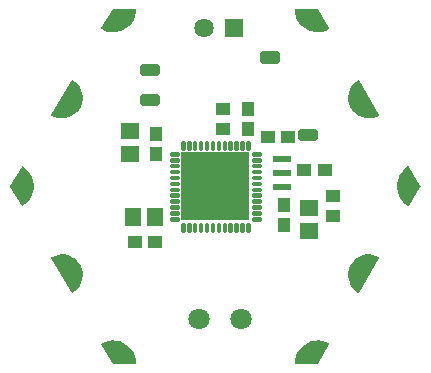
<source format=gbr>
G04 EAGLE Gerber RS-274X export*
G75*
%MOMM*%
%FSLAX34Y34*%
%LPD*%
%INSoldermask Bottom*%
%IPPOS*%
%AMOC8*
5,1,8,0,0,1.08239X$1,22.5*%
G01*
%ADD10R,1.201600X1.101600*%
%ADD11R,1.601600X1.401600*%
%ADD12C,0.225016*%
%ADD13R,5.801588X5.801588*%
%ADD14R,1.501597X0.501600*%
%ADD15R,1.401600X1.601600*%
%ADD16R,1.101600X1.201600*%
%ADD17C,0.605878*%
%ADD18C,1.101600*%
%ADD19R,1.631600X1.631600*%
%ADD20C,1.631600*%
%ADD21C,1.801600*%

G36*
X224809Y256012D02*
X224809Y256012D01*
X224880Y256009D01*
X224907Y256019D01*
X224936Y256021D01*
X225026Y256063D01*
X225066Y256078D01*
X225074Y256086D01*
X225087Y256092D01*
X227390Y257691D01*
X227414Y257717D01*
X227454Y257744D01*
X229463Y259701D01*
X229482Y259730D01*
X229517Y259763D01*
X231176Y262024D01*
X231191Y262055D01*
X231220Y262094D01*
X232484Y264597D01*
X232493Y264631D01*
X232515Y264674D01*
X233351Y267351D01*
X233354Y267385D01*
X233369Y267431D01*
X233752Y270210D01*
X233750Y270244D01*
X233756Y270292D01*
X233677Y273095D01*
X233669Y273129D01*
X233668Y273177D01*
X233129Y275929D01*
X233115Y275961D01*
X233106Y276009D01*
X232121Y278634D01*
X232106Y278659D01*
X232101Y278679D01*
X232093Y278690D01*
X232086Y278709D01*
X230682Y281137D01*
X230659Y281163D01*
X230635Y281205D01*
X228851Y283368D01*
X228824Y283390D01*
X228793Y283427D01*
X226677Y285268D01*
X226647Y285285D01*
X226611Y285317D01*
X224220Y286784D01*
X224188Y286795D01*
X224147Y286821D01*
X221548Y287874D01*
X221514Y287881D01*
X221469Y287899D01*
X218732Y288510D01*
X218697Y288511D01*
X218650Y288522D01*
X215850Y288674D01*
X215816Y288669D01*
X215768Y288672D01*
X212980Y288362D01*
X212947Y288351D01*
X212899Y288346D01*
X210201Y287581D01*
X210171Y287565D01*
X210124Y287552D01*
X207589Y286353D01*
X207565Y286336D01*
X207538Y286326D01*
X207486Y286277D01*
X207429Y286234D01*
X207415Y286209D01*
X207394Y286189D01*
X207365Y286124D01*
X207329Y286063D01*
X207326Y286034D01*
X207314Y286007D01*
X207313Y285936D01*
X207304Y285865D01*
X207312Y285837D01*
X207312Y285808D01*
X207346Y285715D01*
X207358Y285674D01*
X207365Y285665D01*
X207370Y285652D01*
X224370Y256252D01*
X224389Y256230D01*
X224402Y256204D01*
X224455Y256156D01*
X224502Y256103D01*
X224528Y256091D01*
X224550Y256071D01*
X224617Y256048D01*
X224681Y256018D01*
X224710Y256016D01*
X224738Y256007D01*
X224809Y256012D01*
G37*
G36*
X476588Y403735D02*
X476588Y403735D01*
X476636Y403732D01*
X479424Y404042D01*
X479457Y404053D01*
X479505Y404058D01*
X482203Y404823D01*
X482233Y404839D01*
X482280Y404852D01*
X484815Y406051D01*
X484839Y406068D01*
X484866Y406078D01*
X484918Y406127D01*
X484975Y406170D01*
X484989Y406195D01*
X485011Y406215D01*
X485039Y406280D01*
X485075Y406342D01*
X485078Y406370D01*
X485090Y406397D01*
X485091Y406468D01*
X485100Y406539D01*
X485092Y406567D01*
X485092Y406596D01*
X485058Y406689D01*
X485046Y406730D01*
X485039Y406739D01*
X485034Y406752D01*
X468034Y436152D01*
X468015Y436174D01*
X468002Y436200D01*
X467949Y436248D01*
X467902Y436301D01*
X467876Y436313D01*
X467854Y436333D01*
X467787Y436356D01*
X467723Y436386D01*
X467694Y436388D01*
X467666Y436397D01*
X467595Y436392D01*
X467524Y436395D01*
X467497Y436385D01*
X467468Y436383D01*
X467378Y436341D01*
X467338Y436326D01*
X467330Y436318D01*
X467317Y436312D01*
X465014Y434713D01*
X464990Y434688D01*
X464950Y434660D01*
X462941Y432703D01*
X462922Y432674D01*
X462887Y432641D01*
X461228Y430380D01*
X461213Y430349D01*
X461184Y430310D01*
X459920Y427807D01*
X459911Y427773D01*
X459889Y427730D01*
X459053Y425053D01*
X459050Y425019D01*
X459035Y424973D01*
X458652Y422194D01*
X458654Y422160D01*
X458648Y422112D01*
X458727Y419309D01*
X458735Y419275D01*
X458736Y419227D01*
X459275Y416475D01*
X459289Y416443D01*
X459298Y416395D01*
X460283Y413770D01*
X460301Y413740D01*
X460318Y413695D01*
X461722Y411267D01*
X461745Y411241D01*
X461769Y411200D01*
X463553Y409036D01*
X463580Y409014D01*
X463611Y408977D01*
X465727Y407136D01*
X465757Y407119D01*
X465793Y407088D01*
X468184Y405620D01*
X468216Y405609D01*
X468257Y405583D01*
X470856Y404530D01*
X470890Y404523D01*
X470935Y404505D01*
X473672Y403894D01*
X473707Y403893D01*
X473754Y403882D01*
X476554Y403730D01*
X476588Y403735D01*
G37*
G36*
X467628Y256013D02*
X467628Y256013D01*
X467699Y256012D01*
X467726Y256023D01*
X467755Y256027D01*
X467817Y256061D01*
X467882Y256089D01*
X467903Y256110D01*
X467928Y256124D01*
X467991Y256200D01*
X468021Y256231D01*
X468025Y256241D01*
X468034Y256252D01*
X485034Y285652D01*
X485043Y285680D01*
X485060Y285704D01*
X485075Y285773D01*
X485097Y285841D01*
X485095Y285870D01*
X485101Y285898D01*
X485088Y285968D01*
X485082Y286039D01*
X485069Y286065D01*
X485063Y286093D01*
X485023Y286152D01*
X484991Y286215D01*
X484968Y286234D01*
X484952Y286258D01*
X484870Y286315D01*
X484837Y286342D01*
X484827Y286345D01*
X484815Y286353D01*
X482280Y287552D01*
X482246Y287560D01*
X482203Y287581D01*
X479505Y288346D01*
X479470Y288348D01*
X479424Y288362D01*
X476636Y288672D01*
X476602Y288669D01*
X476554Y288674D01*
X473754Y288522D01*
X473720Y288513D01*
X473672Y288510D01*
X470935Y287899D01*
X470903Y287885D01*
X470856Y287874D01*
X468257Y286821D01*
X468228Y286802D01*
X468184Y286784D01*
X465793Y285317D01*
X465768Y285293D01*
X465727Y285268D01*
X463611Y283427D01*
X463590Y283400D01*
X463553Y283368D01*
X461769Y281205D01*
X461753Y281174D01*
X461722Y281137D01*
X460318Y278709D01*
X460307Y278676D01*
X460300Y278663D01*
X460290Y278649D01*
X460290Y278646D01*
X460283Y278634D01*
X459298Y276009D01*
X459292Y275974D01*
X459275Y275929D01*
X458736Y273177D01*
X458736Y273143D01*
X458727Y273095D01*
X458648Y270292D01*
X458654Y270258D01*
X458652Y270210D01*
X459035Y267431D01*
X459047Y267399D01*
X459053Y267351D01*
X459889Y264674D01*
X459906Y264643D01*
X459920Y264597D01*
X461184Y262094D01*
X461206Y262067D01*
X461228Y262024D01*
X462887Y259763D01*
X462913Y259740D01*
X462941Y259701D01*
X464950Y257744D01*
X464979Y257725D01*
X465014Y257691D01*
X467317Y256092D01*
X467344Y256080D01*
X467367Y256062D01*
X467435Y256041D01*
X467500Y256013D01*
X467529Y256013D01*
X467557Y256005D01*
X467628Y256013D01*
G37*
G36*
X218650Y403882D02*
X218650Y403882D01*
X218684Y403891D01*
X218732Y403894D01*
X221469Y404505D01*
X221501Y404519D01*
X221548Y404530D01*
X224147Y405583D01*
X224176Y405602D01*
X224220Y405620D01*
X226611Y407088D01*
X226636Y407111D01*
X226677Y407136D01*
X228793Y408977D01*
X228814Y409004D01*
X228851Y409036D01*
X230635Y411200D01*
X230651Y411230D01*
X230682Y411267D01*
X232086Y413695D01*
X232097Y413728D01*
X232121Y413770D01*
X233106Y416395D01*
X233112Y416430D01*
X233129Y416475D01*
X233668Y419227D01*
X233668Y419262D01*
X233677Y419309D01*
X233756Y422112D01*
X233751Y422146D01*
X233752Y422194D01*
X233369Y424973D01*
X233357Y425005D01*
X233351Y425053D01*
X232515Y427730D01*
X232498Y427761D01*
X232484Y427807D01*
X231220Y430310D01*
X231198Y430337D01*
X231176Y430380D01*
X229517Y432641D01*
X229491Y432664D01*
X229463Y432703D01*
X227454Y434660D01*
X227425Y434679D01*
X227390Y434713D01*
X225087Y436312D01*
X225060Y436324D01*
X225037Y436342D01*
X224969Y436363D01*
X224904Y436391D01*
X224875Y436391D01*
X224847Y436399D01*
X224776Y436391D01*
X224705Y436392D01*
X224678Y436381D01*
X224649Y436377D01*
X224587Y436343D01*
X224522Y436315D01*
X224501Y436294D01*
X224476Y436280D01*
X224413Y436204D01*
X224383Y436173D01*
X224379Y436163D01*
X224370Y436152D01*
X207370Y406752D01*
X207361Y406724D01*
X207344Y406700D01*
X207329Y406631D01*
X207307Y406563D01*
X207309Y406534D01*
X207303Y406506D01*
X207316Y406436D01*
X207322Y406365D01*
X207335Y406339D01*
X207341Y406311D01*
X207381Y406252D01*
X207413Y406189D01*
X207436Y406170D01*
X207452Y406146D01*
X207534Y406089D01*
X207567Y406062D01*
X207577Y406059D01*
X207589Y406051D01*
X210124Y404852D01*
X210158Y404844D01*
X210201Y404823D01*
X212899Y404058D01*
X212934Y404056D01*
X212980Y404042D01*
X215768Y403732D01*
X215802Y403735D01*
X215850Y403730D01*
X218650Y403882D01*
G37*
G36*
X509929Y329213D02*
X509929Y329213D01*
X510000Y329213D01*
X510027Y329224D01*
X510056Y329227D01*
X510118Y329262D01*
X510183Y329290D01*
X510204Y329310D01*
X510229Y329325D01*
X510292Y329402D01*
X510322Y329432D01*
X510326Y329442D01*
X510335Y329453D01*
X519835Y345953D01*
X519845Y345985D01*
X519854Y345998D01*
X519858Y346022D01*
X519859Y346026D01*
X519890Y346096D01*
X519890Y346120D01*
X519898Y346142D01*
X519892Y346218D01*
X519893Y346295D01*
X519883Y346319D01*
X519882Y346340D01*
X519861Y346379D01*
X519835Y346451D01*
X510335Y362951D01*
X510316Y362973D01*
X510303Y362999D01*
X510250Y363047D01*
X510203Y363100D01*
X510177Y363113D01*
X510156Y363132D01*
X510088Y363155D01*
X510024Y363186D01*
X509995Y363188D01*
X509968Y363197D01*
X509896Y363192D01*
X509825Y363195D01*
X509798Y363185D01*
X509769Y363183D01*
X509679Y363141D01*
X509639Y363126D01*
X509631Y363119D01*
X509618Y363113D01*
X507095Y361371D01*
X507071Y361347D01*
X507033Y361320D01*
X504821Y359196D01*
X504802Y359168D01*
X504768Y359136D01*
X502926Y356685D01*
X502912Y356654D01*
X502883Y356617D01*
X501458Y353902D01*
X501449Y353871D01*
X501433Y353846D01*
X501432Y353838D01*
X501427Y353828D01*
X500456Y350920D01*
X500452Y350886D01*
X500437Y350842D01*
X499945Y347815D01*
X499946Y347781D01*
X499938Y347735D01*
X499938Y344669D01*
X499939Y344665D01*
X499939Y344663D01*
X499945Y344636D01*
X499945Y344589D01*
X500437Y341562D01*
X500449Y341531D01*
X500456Y341484D01*
X501427Y338576D01*
X501444Y338547D01*
X501458Y338502D01*
X502883Y335787D01*
X502905Y335761D01*
X502926Y335719D01*
X504768Y333268D01*
X504793Y333245D01*
X504821Y333208D01*
X507033Y331084D01*
X507061Y331066D01*
X507095Y331033D01*
X509618Y329291D01*
X509645Y329280D01*
X509667Y329261D01*
X509736Y329241D01*
X509801Y329213D01*
X509830Y329213D01*
X509858Y329205D01*
X509929Y329213D01*
G37*
G36*
X182508Y329212D02*
X182508Y329212D01*
X182579Y329209D01*
X182606Y329219D01*
X182635Y329221D01*
X182725Y329263D01*
X182765Y329278D01*
X182773Y329285D01*
X182786Y329291D01*
X185309Y331033D01*
X185333Y331057D01*
X185371Y331084D01*
X187583Y333208D01*
X187602Y333236D01*
X187636Y333268D01*
X189478Y335719D01*
X189492Y335750D01*
X189521Y335787D01*
X190946Y338502D01*
X190955Y338535D01*
X190977Y338576D01*
X191948Y341484D01*
X191952Y341518D01*
X191967Y341562D01*
X192459Y344589D01*
X192458Y344623D01*
X192466Y344669D01*
X192466Y347735D01*
X192459Y347768D01*
X192459Y347815D01*
X191967Y350842D01*
X191955Y350873D01*
X191948Y350920D01*
X190977Y353828D01*
X190964Y353851D01*
X190958Y353876D01*
X190951Y353885D01*
X190946Y353902D01*
X189521Y356617D01*
X189499Y356643D01*
X189478Y356685D01*
X187636Y359136D01*
X187611Y359159D01*
X187583Y359196D01*
X185371Y361320D01*
X185343Y361338D01*
X185309Y361371D01*
X182786Y363113D01*
X182759Y363124D01*
X182737Y363143D01*
X182668Y363163D01*
X182603Y363191D01*
X182574Y363191D01*
X182546Y363199D01*
X182475Y363191D01*
X182404Y363192D01*
X182377Y363180D01*
X182348Y363177D01*
X182286Y363142D01*
X182221Y363114D01*
X182200Y363094D01*
X182175Y363079D01*
X182112Y363002D01*
X182082Y362972D01*
X182078Y362962D01*
X182069Y362951D01*
X172569Y346451D01*
X172545Y346378D01*
X172514Y346308D01*
X172514Y346284D01*
X172506Y346262D01*
X172513Y346186D01*
X172512Y346109D01*
X172521Y346085D01*
X172522Y346064D01*
X172543Y346025D01*
X172562Y345973D01*
X172563Y345967D01*
X172565Y345965D01*
X172569Y345953D01*
X182069Y329453D01*
X182088Y329431D01*
X182101Y329405D01*
X182154Y329357D01*
X182201Y329304D01*
X182227Y329291D01*
X182249Y329272D01*
X182316Y329249D01*
X182380Y329218D01*
X182409Y329217D01*
X182436Y329207D01*
X182508Y329212D01*
G37*
G36*
X432878Y195718D02*
X432878Y195718D01*
X432956Y195727D01*
X432975Y195738D01*
X432997Y195742D01*
X433061Y195786D01*
X433129Y195825D01*
X433145Y195844D01*
X433161Y195855D01*
X433185Y195893D01*
X433235Y195953D01*
X442735Y212453D01*
X442744Y212480D01*
X442760Y212504D01*
X442775Y212574D01*
X442798Y212642D01*
X442795Y212670D01*
X442801Y212698D01*
X442788Y212769D01*
X442782Y212840D01*
X442769Y212865D01*
X442763Y212893D01*
X442723Y212953D01*
X442690Y213016D01*
X442668Y213034D01*
X442652Y213058D01*
X442569Y213116D01*
X442537Y213143D01*
X442526Y213146D01*
X442516Y213153D01*
X439750Y214462D01*
X439717Y214470D01*
X439674Y214490D01*
X436734Y215338D01*
X436700Y215341D01*
X436656Y215354D01*
X433618Y215719D01*
X433584Y215716D01*
X433537Y215722D01*
X430480Y215595D01*
X430447Y215587D01*
X430400Y215586D01*
X427403Y214970D01*
X427372Y214957D01*
X427326Y214948D01*
X424466Y213859D01*
X424438Y213841D01*
X424394Y213825D01*
X421746Y212291D01*
X421720Y212269D01*
X421680Y212246D01*
X419312Y210308D01*
X419290Y210281D01*
X419254Y210252D01*
X417227Y207959D01*
X417211Y207930D01*
X417179Y207895D01*
X415547Y205307D01*
X415535Y205275D01*
X415510Y205236D01*
X414314Y202419D01*
X414307Y202386D01*
X414304Y202379D01*
X414300Y202373D01*
X414299Y202367D01*
X414288Y202343D01*
X413560Y199371D01*
X413558Y199337D01*
X413547Y199292D01*
X413304Y196242D01*
X413308Y196213D01*
X413303Y196185D01*
X413320Y196116D01*
X413328Y196044D01*
X413343Y196020D01*
X413349Y195992D01*
X413392Y195934D01*
X413428Y195872D01*
X413450Y195855D01*
X413467Y195832D01*
X413529Y195795D01*
X413586Y195752D01*
X413614Y195745D01*
X413638Y195730D01*
X413738Y195714D01*
X413779Y195703D01*
X413789Y195705D01*
X413802Y195703D01*
X432802Y195703D01*
X432878Y195718D01*
G37*
G36*
X433571Y476687D02*
X433571Y476687D01*
X433618Y476685D01*
X436656Y477050D01*
X436688Y477061D01*
X436734Y477066D01*
X439674Y477914D01*
X439704Y477930D01*
X439750Y477942D01*
X442516Y479251D01*
X442538Y479268D01*
X442565Y479278D01*
X442617Y479327D01*
X442675Y479370D01*
X442689Y479395D01*
X442710Y479414D01*
X442739Y479480D01*
X442775Y479542D01*
X442778Y479570D01*
X442790Y479596D01*
X442791Y479668D01*
X442800Y479739D01*
X442792Y479766D01*
X442793Y479795D01*
X442757Y479890D01*
X442746Y479930D01*
X442739Y479939D01*
X442735Y479951D01*
X433235Y496451D01*
X433183Y496510D01*
X433137Y496572D01*
X433118Y496583D01*
X433103Y496600D01*
X433033Y496634D01*
X432966Y496674D01*
X432942Y496678D01*
X432924Y496686D01*
X432879Y496688D01*
X432802Y496701D01*
X413802Y496701D01*
X413774Y496696D01*
X413746Y496698D01*
X413678Y496676D01*
X413607Y496662D01*
X413584Y496646D01*
X413557Y496637D01*
X413502Y496590D01*
X413443Y496549D01*
X413428Y496525D01*
X413407Y496507D01*
X413375Y496442D01*
X413336Y496382D01*
X413331Y496354D01*
X413319Y496328D01*
X413310Y496227D01*
X413303Y496185D01*
X413305Y496175D01*
X413304Y496162D01*
X413547Y493112D01*
X413556Y493080D01*
X413560Y493033D01*
X414288Y490061D01*
X414303Y490030D01*
X414314Y489985D01*
X415510Y487168D01*
X415529Y487140D01*
X415547Y487097D01*
X417179Y484509D01*
X417203Y484485D01*
X417227Y484445D01*
X419254Y482152D01*
X419281Y482132D01*
X419312Y482096D01*
X421680Y480158D01*
X421710Y480142D01*
X421746Y480113D01*
X424394Y478580D01*
X424426Y478569D01*
X424466Y478545D01*
X427326Y477457D01*
X427359Y477451D01*
X427403Y477434D01*
X430400Y476818D01*
X430434Y476818D01*
X430480Y476809D01*
X433537Y476682D01*
X433571Y476687D01*
G37*
G36*
X278630Y195708D02*
X278630Y195708D01*
X278658Y195706D01*
X278726Y195728D01*
X278797Y195742D01*
X278820Y195758D01*
X278847Y195767D01*
X278902Y195814D01*
X278961Y195855D01*
X278976Y195879D01*
X278998Y195897D01*
X279029Y195962D01*
X279068Y196022D01*
X279073Y196050D01*
X279085Y196076D01*
X279094Y196177D01*
X279101Y196219D01*
X279099Y196229D01*
X279100Y196242D01*
X278857Y199292D01*
X278848Y199324D01*
X278844Y199371D01*
X278116Y202343D01*
X278101Y202374D01*
X278090Y202419D01*
X276894Y205236D01*
X276875Y205264D01*
X276857Y205307D01*
X275225Y207895D01*
X275201Y207919D01*
X275177Y207959D01*
X273150Y210252D01*
X273123Y210272D01*
X273092Y210308D01*
X270725Y212246D01*
X270694Y212262D01*
X270658Y212291D01*
X268010Y213825D01*
X267978Y213835D01*
X267938Y213859D01*
X265078Y214948D01*
X265045Y214953D01*
X265001Y214970D01*
X262004Y215586D01*
X261970Y215586D01*
X261924Y215595D01*
X258867Y215722D01*
X258833Y215717D01*
X258786Y215719D01*
X255748Y215354D01*
X255716Y215343D01*
X255670Y215338D01*
X252730Y214490D01*
X252700Y214474D01*
X252655Y214462D01*
X249889Y213153D01*
X249866Y213136D01*
X249839Y213126D01*
X249787Y213077D01*
X249729Y213034D01*
X249715Y213009D01*
X249694Y212990D01*
X249665Y212924D01*
X249629Y212862D01*
X249626Y212834D01*
X249614Y212808D01*
X249613Y212736D01*
X249604Y212665D01*
X249612Y212638D01*
X249612Y212609D01*
X249647Y212514D01*
X249658Y212474D01*
X249665Y212465D01*
X249669Y212453D01*
X259169Y195953D01*
X259221Y195895D01*
X259267Y195832D01*
X259286Y195821D01*
X259301Y195804D01*
X259371Y195770D01*
X259438Y195730D01*
X259463Y195726D01*
X259480Y195718D01*
X259525Y195716D01*
X259602Y195703D01*
X278602Y195703D01*
X278630Y195708D01*
G37*
G36*
X261924Y476809D02*
X261924Y476809D01*
X261957Y476817D01*
X262004Y476818D01*
X265001Y477434D01*
X265032Y477447D01*
X265078Y477457D01*
X267938Y478545D01*
X267967Y478563D01*
X268010Y478580D01*
X270658Y480113D01*
X270684Y480135D01*
X270725Y480158D01*
X273092Y482096D01*
X273114Y482123D01*
X273150Y482152D01*
X275177Y484445D01*
X275194Y484474D01*
X275225Y484509D01*
X276857Y487097D01*
X276869Y487129D01*
X276894Y487168D01*
X278090Y489985D01*
X278097Y490018D01*
X278116Y490061D01*
X278844Y493033D01*
X278846Y493067D01*
X278857Y493112D01*
X279100Y496162D01*
X279096Y496191D01*
X279101Y496219D01*
X279084Y496288D01*
X279076Y496360D01*
X279062Y496384D01*
X279055Y496412D01*
X279012Y496470D01*
X278977Y496532D01*
X278954Y496549D01*
X278937Y496572D01*
X278875Y496609D01*
X278818Y496652D01*
X278790Y496659D01*
X278766Y496674D01*
X278666Y496690D01*
X278625Y496701D01*
X278615Y496699D01*
X278602Y496701D01*
X259602Y496701D01*
X259526Y496686D01*
X259448Y496677D01*
X259429Y496666D01*
X259407Y496662D01*
X259343Y496618D01*
X259275Y496579D01*
X259259Y496560D01*
X259243Y496549D01*
X259219Y496511D01*
X259169Y496451D01*
X249669Y479951D01*
X249660Y479924D01*
X249644Y479900D01*
X249629Y479830D01*
X249606Y479762D01*
X249609Y479734D01*
X249603Y479706D01*
X249617Y479636D01*
X249622Y479564D01*
X249635Y479539D01*
X249641Y479511D01*
X249681Y479451D01*
X249714Y479388D01*
X249736Y479370D01*
X249752Y479346D01*
X249835Y479288D01*
X249867Y479261D01*
X249878Y479258D01*
X249889Y479251D01*
X252655Y477942D01*
X252688Y477934D01*
X252730Y477914D01*
X255670Y477066D01*
X255704Y477063D01*
X255748Y477050D01*
X258786Y476685D01*
X258820Y476688D01*
X258867Y476682D01*
X261924Y476809D01*
G37*
D10*
X421591Y360390D03*
X438591Y360390D03*
D11*
X425205Y308471D03*
X425205Y327471D03*
D12*
X377819Y373069D02*
X377819Y374335D01*
X383585Y374335D01*
X383585Y373069D01*
X377819Y373069D01*
X377819Y369335D02*
X377819Y368069D01*
X377819Y369335D02*
X383585Y369335D01*
X383585Y368069D01*
X377819Y368069D01*
X377819Y364335D02*
X377819Y363069D01*
X377819Y364335D02*
X383585Y364335D01*
X383585Y363069D01*
X377819Y363069D01*
X377819Y359335D02*
X377819Y358069D01*
X377819Y359335D02*
X383585Y359335D01*
X383585Y358069D01*
X377819Y358069D01*
X377819Y354335D02*
X377819Y353069D01*
X377819Y354335D02*
X383585Y354335D01*
X383585Y353069D01*
X377819Y353069D01*
X377819Y349335D02*
X377819Y348069D01*
X377819Y349335D02*
X383585Y349335D01*
X383585Y348069D01*
X377819Y348069D01*
X377819Y344335D02*
X377819Y343069D01*
X377819Y344335D02*
X383585Y344335D01*
X383585Y343069D01*
X377819Y343069D01*
X377819Y339335D02*
X377819Y338069D01*
X377819Y339335D02*
X383585Y339335D01*
X383585Y338069D01*
X377819Y338069D01*
X377819Y334335D02*
X377819Y333069D01*
X377819Y334335D02*
X383585Y334335D01*
X383585Y333069D01*
X377819Y333069D01*
X377819Y329335D02*
X377819Y328069D01*
X377819Y329335D02*
X383585Y329335D01*
X383585Y328069D01*
X377819Y328069D01*
X377819Y324335D02*
X377819Y323069D01*
X377819Y324335D02*
X383585Y324335D01*
X383585Y323069D01*
X377819Y323069D01*
X377819Y319335D02*
X377819Y318069D01*
X377819Y319335D02*
X383585Y319335D01*
X383585Y318069D01*
X377819Y318069D01*
X374335Y314585D02*
X373069Y314585D01*
X374335Y314585D02*
X374335Y308819D01*
X373069Y308819D01*
X373069Y314585D01*
X373069Y310956D02*
X374335Y310956D01*
X374335Y313093D02*
X373069Y313093D01*
X369335Y314585D02*
X368069Y314585D01*
X369335Y314585D02*
X369335Y308819D01*
X368069Y308819D01*
X368069Y314585D01*
X368069Y310956D02*
X369335Y310956D01*
X369335Y313093D02*
X368069Y313093D01*
X364335Y314585D02*
X363069Y314585D01*
X364335Y314585D02*
X364335Y308819D01*
X363069Y308819D01*
X363069Y314585D01*
X363069Y310956D02*
X364335Y310956D01*
X364335Y313093D02*
X363069Y313093D01*
X359335Y314585D02*
X358069Y314585D01*
X359335Y314585D02*
X359335Y308819D01*
X358069Y308819D01*
X358069Y314585D01*
X358069Y310956D02*
X359335Y310956D01*
X359335Y313093D02*
X358069Y313093D01*
X354335Y314585D02*
X353069Y314585D01*
X354335Y314585D02*
X354335Y308819D01*
X353069Y308819D01*
X353069Y314585D01*
X353069Y310956D02*
X354335Y310956D01*
X354335Y313093D02*
X353069Y313093D01*
X349335Y314585D02*
X348069Y314585D01*
X349335Y314585D02*
X349335Y308819D01*
X348069Y308819D01*
X348069Y314585D01*
X348069Y310956D02*
X349335Y310956D01*
X349335Y313093D02*
X348069Y313093D01*
X344335Y314585D02*
X343069Y314585D01*
X344335Y314585D02*
X344335Y308819D01*
X343069Y308819D01*
X343069Y314585D01*
X343069Y310956D02*
X344335Y310956D01*
X344335Y313093D02*
X343069Y313093D01*
X339335Y314585D02*
X338069Y314585D01*
X339335Y314585D02*
X339335Y308819D01*
X338069Y308819D01*
X338069Y314585D01*
X338069Y310956D02*
X339335Y310956D01*
X339335Y313093D02*
X338069Y313093D01*
X334335Y314585D02*
X333069Y314585D01*
X334335Y314585D02*
X334335Y308819D01*
X333069Y308819D01*
X333069Y314585D01*
X333069Y310956D02*
X334335Y310956D01*
X334335Y313093D02*
X333069Y313093D01*
X329335Y314585D02*
X328069Y314585D01*
X329335Y314585D02*
X329335Y308819D01*
X328069Y308819D01*
X328069Y314585D01*
X328069Y310956D02*
X329335Y310956D01*
X329335Y313093D02*
X328069Y313093D01*
X324335Y314585D02*
X323069Y314585D01*
X324335Y314585D02*
X324335Y308819D01*
X323069Y308819D01*
X323069Y314585D01*
X323069Y310956D02*
X324335Y310956D01*
X324335Y313093D02*
X323069Y313093D01*
X319335Y314585D02*
X318069Y314585D01*
X319335Y314585D02*
X319335Y308819D01*
X318069Y308819D01*
X318069Y314585D01*
X318069Y310956D02*
X319335Y310956D01*
X319335Y313093D02*
X318069Y313093D01*
X314585Y318069D02*
X314585Y319335D01*
X314585Y318069D02*
X308819Y318069D01*
X308819Y319335D01*
X314585Y319335D01*
X314585Y323069D02*
X314585Y324335D01*
X314585Y323069D02*
X308819Y323069D01*
X308819Y324335D01*
X314585Y324335D01*
X314585Y328069D02*
X314585Y329335D01*
X314585Y328069D02*
X308819Y328069D01*
X308819Y329335D01*
X314585Y329335D01*
X314585Y333069D02*
X314585Y334335D01*
X314585Y333069D02*
X308819Y333069D01*
X308819Y334335D01*
X314585Y334335D01*
X314585Y338069D02*
X314585Y339335D01*
X314585Y338069D02*
X308819Y338069D01*
X308819Y339335D01*
X314585Y339335D01*
X314585Y343069D02*
X314585Y344335D01*
X314585Y343069D02*
X308819Y343069D01*
X308819Y344335D01*
X314585Y344335D01*
X314585Y348069D02*
X314585Y349335D01*
X314585Y348069D02*
X308819Y348069D01*
X308819Y349335D01*
X314585Y349335D01*
X314585Y353069D02*
X314585Y354335D01*
X314585Y353069D02*
X308819Y353069D01*
X308819Y354335D01*
X314585Y354335D01*
X314585Y358069D02*
X314585Y359335D01*
X314585Y358069D02*
X308819Y358069D01*
X308819Y359335D01*
X314585Y359335D01*
X314585Y363069D02*
X314585Y364335D01*
X314585Y363069D02*
X308819Y363069D01*
X308819Y364335D01*
X314585Y364335D01*
X314585Y368069D02*
X314585Y369335D01*
X314585Y368069D02*
X308819Y368069D01*
X308819Y369335D01*
X314585Y369335D01*
X314585Y373069D02*
X314585Y374335D01*
X314585Y373069D02*
X308819Y373069D01*
X308819Y374335D01*
X314585Y374335D01*
X318069Y377819D02*
X319335Y377819D01*
X318069Y377819D02*
X318069Y383585D01*
X319335Y383585D01*
X319335Y377819D01*
X319335Y379956D02*
X318069Y379956D01*
X318069Y382093D02*
X319335Y382093D01*
X323069Y377819D02*
X324335Y377819D01*
X323069Y377819D02*
X323069Y383585D01*
X324335Y383585D01*
X324335Y377819D01*
X324335Y379956D02*
X323069Y379956D01*
X323069Y382093D02*
X324335Y382093D01*
X328069Y377819D02*
X329335Y377819D01*
X328069Y377819D02*
X328069Y383585D01*
X329335Y383585D01*
X329335Y377819D01*
X329335Y379956D02*
X328069Y379956D01*
X328069Y382093D02*
X329335Y382093D01*
X333069Y377819D02*
X334335Y377819D01*
X333069Y377819D02*
X333069Y383585D01*
X334335Y383585D01*
X334335Y377819D01*
X334335Y379956D02*
X333069Y379956D01*
X333069Y382093D02*
X334335Y382093D01*
X338069Y377819D02*
X339335Y377819D01*
X338069Y377819D02*
X338069Y383585D01*
X339335Y383585D01*
X339335Y377819D01*
X339335Y379956D02*
X338069Y379956D01*
X338069Y382093D02*
X339335Y382093D01*
X343069Y377819D02*
X344335Y377819D01*
X343069Y377819D02*
X343069Y383585D01*
X344335Y383585D01*
X344335Y377819D01*
X344335Y379956D02*
X343069Y379956D01*
X343069Y382093D02*
X344335Y382093D01*
X348069Y377819D02*
X349335Y377819D01*
X348069Y377819D02*
X348069Y383585D01*
X349335Y383585D01*
X349335Y377819D01*
X349335Y379956D02*
X348069Y379956D01*
X348069Y382093D02*
X349335Y382093D01*
X353069Y377819D02*
X354335Y377819D01*
X353069Y377819D02*
X353069Y383585D01*
X354335Y383585D01*
X354335Y377819D01*
X354335Y379956D02*
X353069Y379956D01*
X353069Y382093D02*
X354335Y382093D01*
X358069Y377819D02*
X359335Y377819D01*
X358069Y377819D02*
X358069Y383585D01*
X359335Y383585D01*
X359335Y377819D01*
X359335Y379956D02*
X358069Y379956D01*
X358069Y382093D02*
X359335Y382093D01*
X363069Y377819D02*
X364335Y377819D01*
X363069Y377819D02*
X363069Y383585D01*
X364335Y383585D01*
X364335Y377819D01*
X364335Y379956D02*
X363069Y379956D01*
X363069Y382093D02*
X364335Y382093D01*
X368069Y377819D02*
X369335Y377819D01*
X368069Y377819D02*
X368069Y383585D01*
X369335Y383585D01*
X369335Y377819D01*
X369335Y379956D02*
X368069Y379956D01*
X368069Y382093D02*
X369335Y382093D01*
X373069Y377819D02*
X374335Y377819D01*
X373069Y377819D02*
X373069Y383585D01*
X374335Y383585D01*
X374335Y377819D01*
X374335Y379956D02*
X373069Y379956D01*
X373069Y382093D02*
X374335Y382093D01*
D13*
X346202Y346202D03*
D14*
X402430Y369487D03*
X402430Y357487D03*
X402430Y345487D03*
D10*
X352989Y411972D03*
X352989Y394972D03*
D15*
X295113Y320609D03*
X276113Y320609D03*
D11*
X274254Y373649D03*
X274254Y392649D03*
D16*
X404218Y313361D03*
X404218Y330361D03*
X373629Y394997D03*
X373629Y411997D03*
X295476Y373559D03*
X295476Y390559D03*
D10*
X295124Y299309D03*
X278124Y299309D03*
X391055Y388252D03*
X408055Y388252D03*
X445607Y338177D03*
X445607Y321177D03*
D17*
X295547Y417256D02*
X284589Y417256D01*
X284589Y422214D01*
X295547Y422214D01*
X295547Y417256D01*
X295547Y447614D02*
X284589Y447614D01*
X295547Y447614D02*
X295547Y442656D01*
X284589Y442656D01*
X284589Y447614D01*
X386443Y457901D02*
X397401Y457901D01*
X397401Y452943D01*
X386443Y452943D01*
X386443Y457901D01*
X418986Y392572D02*
X429944Y392572D01*
X429944Y387614D01*
X418986Y387614D01*
X418986Y392572D01*
D18*
X428802Y489302D03*
X511402Y346202D03*
X428802Y203102D03*
X263602Y203102D03*
X181002Y346202D03*
X263602Y489302D03*
X470102Y417702D03*
X470102Y274702D03*
X222302Y274702D03*
X222302Y417702D03*
D19*
X362331Y480060D03*
D20*
X336931Y480060D03*
D21*
X367512Y234299D03*
X332512Y234299D03*
M02*

</source>
